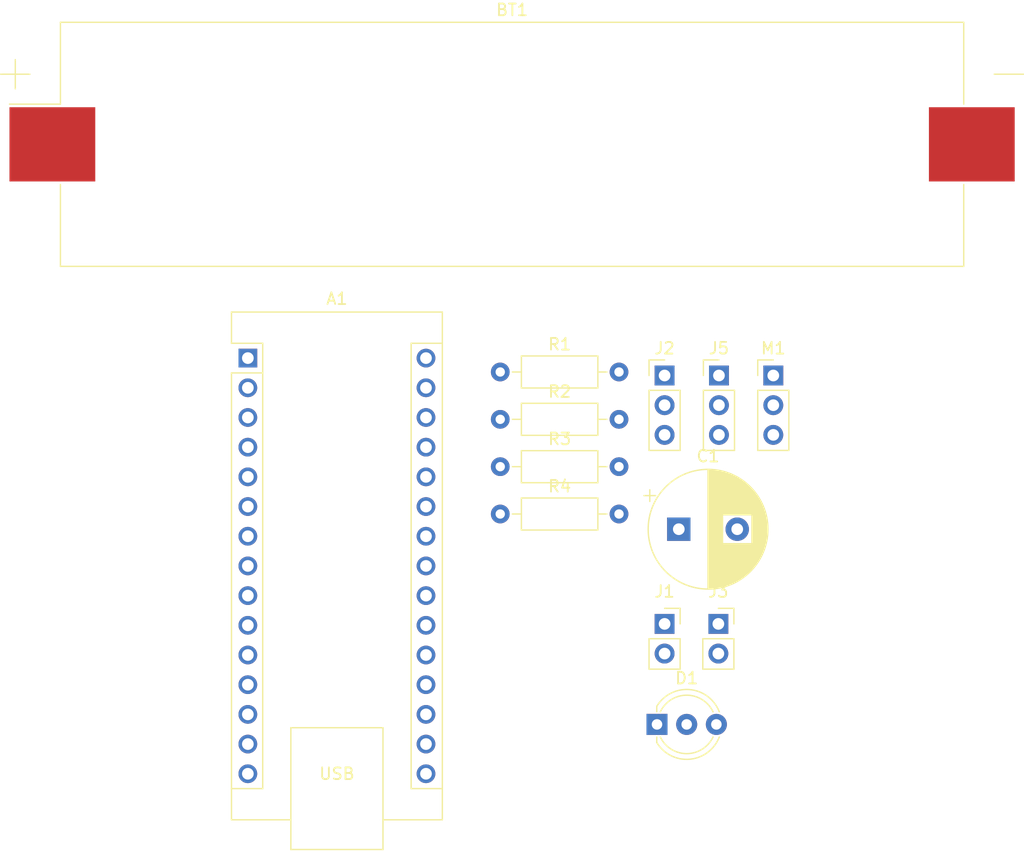
<source format=kicad_pcb>
(kicad_pcb (version 20240108) (generator "pcbnew") (generator_version "8.0")
  (layers (0 "F.Cu" signal) (31 "B.Cu" signal) (34 "B.Paste" user) (35 "F.Paste" user) (36 "B.SilkS" user "B.Silkscreen") (37 "F.SilkS" user "F.Silkscreen") (38 "B.Mask" user) (39 "F.Mask" user) (44 "Edge.Cuts" user))
  (net 0 "")
  (net 2 "LED-Green")
  (net 3 "Sensor2")
  (net 9 "Servo")
  (net 10 "Battery-check")
  (net 20 "Power")
  (net 23 "LED-Red")
  (net 24 "Sensor1")
  (net 26 "GND")
  (net 31 "Net-(BT1-+)")
  (net 32 "Net-(BT1--)")
  (net 33 "Net-(D1-A1)")
  (net 34 "Net-(D1-A2)")
  (footprint "Connector_PinHeader_2.54mm:PinHeader_1x03_P2.54mm_Vertical" (layer "F.Cu") (at 127.601 75.656)
    (property "Reference" "J2" (at 0 -2.33 0) (layer "F.SilkS"))
    (property "Value" "Sensor Module 1")
    (fp_line (start -1.33 -1.33) (end 0 -1.33) (stroke (width 0.12)) (layer "F.SilkS"))
    (fp_line (start -1.33 0) (end -1.33 -1.33) (stroke (width 0.12)) (layer "F.SilkS"))
    (fp_line (start -1.33 1.27) (end -1.33 6.41) (stroke (width 0.12)) (layer "F.SilkS"))
    (fp_line (start -1.33 1.27) (end 1.33 1.27) (stroke (width 0.12)) (layer "F.SilkS"))
    (fp_line (start -1.33 6.41) (end 1.33 6.41) (stroke (width 0.12)) (layer "F.SilkS"))
    (fp_line (start 1.33 1.27) (end 1.33 6.41) (stroke (width 0.12)) (layer "F.SilkS"))
    (pad "1" thru_hole rect (at 0 0) (size 1.7 1.7) (drill 1) (layers "*.Cu" "*.Mask") (net 24 "Sensor1"))
    (pad "2" thru_hole oval (at 0 2.54) (size 1.7 1.7) (drill 1) (layers "*.Cu" "*.Mask") (net 26 "GND"))
    (pad "3" thru_hole oval (at 0 5.08) (size 1.7 1.7) (drill 1) (layers "*.Cu" "*.Mask") (net 20 "Power"))
  )
  (footprint "Battery:BatteryHolder_Keystone_1042_1x18650" (layer "F.Cu") (at 114.554 55.88)
    (property "Reference" "BT1" (at 0 -11.5 0) (layer "F.SilkS"))
    (property "Value" "Battery_Cell")
    (fp_line (start -43.75 -6) (end -41.25 -6) (stroke (width 0.12)) (layer "F.SilkS"))
    (fp_line (start -42.5 -4.75) (end -42.5 -7.25) (stroke (width 0.12)) (layer "F.SilkS"))
    (fp_line (start -38.64 -10.44) (end -38.64 -3.44) (stroke (width 0.12)) (layer "F.SilkS"))
    (fp_line (start -38.64 -3.44) (end -43 -3.44) (stroke (width 0.12)) (layer "F.SilkS"))
    (fp_line (start -38.64 10.44) (end -38.64 3.44) (stroke (width 0.12)) (layer "F.SilkS"))
    (fp_line (start 38.64 -10.44) (end -38.64 -10.44) (stroke (width 0.12)) (layer "F.SilkS"))
    (fp_line (start 38.64 -3.44) (end 38.64 -10.42) (stroke (width 0.12)) (layer "F.SilkS"))
    (fp_line (start 38.64 3.44) (end 38.64 10.44) (stroke (width 0.12)) (layer "F.SilkS"))
    (fp_line (start 38.64 10.44) (end -38.64 10.44) (stroke (width 0.12)) (layer "F.SilkS"))
    (fp_line (start 43.75 -6) (end 41.25 -6) (stroke (width 0.12)) (layer "F.SilkS"))
    (pad "" np_thru_hole circle (at -35.93 -8) (size 2.39 2.39) (drill 2.39) (layers "*.Cu" "*.Mask"))
    (pad "" np_thru_hole circle (at -27.6 8) (size 3.45 3.45) (drill 3.45) (layers "*.Cu" "*.Mask"))
    (pad "" np_thru_hole circle (at 27.6 -8) (size 3.45 3.45) (drill 3.45) (layers "*.Cu" "*.Mask"))
    (pad "1" smd rect (at -39.33 0) (size 7.34 6.35) (layers "F.Cu" "F.Paste" "F.Mask") (net 31 "Net-(BT1-+)"))
    (pad "2" smd rect (at 39.33 0) (size 7.34 6.35) (layers "F.Cu" "F.Paste" "F.Mask") (net 32 "Net-(BT1--)"))
  )
  (footprint "Connector_PinHeader_2.54mm:PinHeader_1x03_P2.54mm_Vertical" (layer "F.Cu") (at 132.251 75.656)
    (property "Reference" "J5" (at 0 -2.33 0) (layer "F.SilkS"))
    (property "Value" "Sensor Module 2")
    (fp_line (start -1.33 -1.33) (end 0 -1.33) (stroke (width 0.12)) (layer "F.SilkS"))
    (fp_line (start -1.33 0) (end -1.33 -1.33) (stroke (width 0.12)) (layer "F.SilkS"))
    (fp_line (start -1.33 1.27) (end -1.33 6.41) (stroke (width 0.12)) (layer "F.SilkS"))
    (fp_line (start -1.33 1.27) (end 1.33 1.27) (stroke (width 0.12)) (layer "F.SilkS"))
    (fp_line (start -1.33 6.41) (end 1.33 6.41) (stroke (width 0.12)) (layer "F.SilkS"))
    (fp_line (start 1.33 1.27) (end 1.33 6.41) (stroke (width 0.12)) (layer "F.SilkS"))
    (pad "1" thru_hole rect (at 0 0) (size 1.7 1.7) (drill 1) (layers "*.Cu" "*.Mask") (net 3 "Sensor2"))
    (pad "2" thru_hole oval (at 0 2.54) (size 1.7 1.7) (drill 1) (layers "*.Cu" "*.Mask") (net 26 "GND"))
    (pad "3" thru_hole oval (at 0 5.08) (size 1.7 1.7) (drill 1) (layers "*.Cu" "*.Mask") (net 20 "Power"))
  )
  (footprint "Connector_PinSocket_2.54mm:PinSocket_1x02_P2.54mm_Vertical" (layer "F.Cu") (at 132.201 96.906)
    (property "Reference" "J3" (at 0 -2.77 0) (layer "F.SilkS"))
    (property "Value" "Conn_01x02_Socket")
    (fp_line (start -1.33 1.27) (end -1.33 3.87) (stroke (width 0.12)) (layer "F.SilkS"))
    (fp_line (start -1.33 1.27) (end 1.33 1.27) (stroke (width 0.12)) (layer "F.SilkS"))
    (fp_line (start -1.33 3.87) (end 1.33 3.87) (stroke (width 0.12)) (layer "F.SilkS"))
    (fp_line (start 0 -1.33) (end 1.33 -1.33) (stroke (width 0.12)) (layer "F.SilkS"))
    (fp_line (start 1.33 -1.33) (end 1.33 0) (stroke (width 0.12)) (layer "F.SilkS"))
    (fp_line (start 1.33 1.27) (end 1.33 3.87) (stroke (width 0.12)) (layer "F.SilkS"))
    (pad "1" thru_hole rect (at 0 0) (size 1.7 1.7) (drill 1) (layers "*.Cu" "*.Mask") (net 32 "Net-(BT1--)"))
    (pad "2" thru_hole oval (at 0 2.54) (size 1.7 1.7) (drill 1) (layers "*.Cu" "*.Mask") (net 26 "GND"))
  )
  (footprint "LED_THT:LED_D5.0mm-3" (layer "F.Cu") (at 126.951 105.506)
    (property "Reference" "D1" (at 2.54 -3.96 0) (layer "F.SilkS"))
    (property "Value" "2 Color LED Green/Red")
    (fp_line (start -0.02 -1.545) (end -0.02 -1.08) (stroke (width 0.12)) (layer "F.SilkS"))
    (fp_line (start -0.02 1.08) (end -0.02 1.545) (stroke (width 0.12)) (layer "F.SilkS"))
    (fp_arc (start -0.02 -1.54483) (mid 2.798456 -2.978809) (end 5.327815 -1.080827) (stroke (width 0.12)) (layer "F.SilkS"))
    (fp_arc (start 0.285316 -1.08) (mid 2.539762 -2.5) (end 4.794479 -1.080429) (stroke (width 0.12)) (layer "F.SilkS"))
    (fp_arc (start 4.794479 1.080429) (mid 2.539762 2.5) (end 0.285316 1.08) (stroke (width 0.12)) (layer "F.SilkS"))
    (fp_arc (start 5.327815 1.080827) (mid 2.798456 2.978808) (end -0.02 1.54483) (stroke (width 0.12)) (layer "F.SilkS"))
    (pad "1" thru_hole rect (at 0 0) (size 1.8 1.8) (drill 0.9) (layers "*.Cu" "*.Mask") (net 33 "Net-(D1-A1)"))
    (pad "2" thru_hole circle (at 2.54 0) (size 1.8 1.8) (drill 0.9) (layers "*.Cu" "*.Mask") (net 26 "GND"))
    (pad "3" thru_hole circle (at 5.08 0) (size 1.8 1.8) (drill 0.9) (layers "*.Cu" "*.Mask") (net 34 "Net-(D1-A2)"))
  )
  (footprint "Module:Arduino_Nano" (layer "F.Cu") (at 91.948 74.168)
    (property "Reference" "A1" (at 7.62 -5.08 0) (layer "F.SilkS"))
    (property "Value" "Arduino_Nano_v3.x")
    (fp_line (start -1.4 -3.94) (end -1.4 -1.27) (stroke (width 0.12)) (layer "F.SilkS"))
    (fp_line (start -1.4 1.27) (end -1.4 39.5) (stroke (width 0.12)) (layer "F.SilkS"))
    (fp_line (start -1.4 39.5) (end 3.68 39.5) (stroke (width 0.12)) (layer "F.SilkS"))
    (fp_line (start 1.27 -1.27) (end -1.4 -1.27) (stroke (width 0.12)) (layer "F.SilkS"))
    (fp_line (start 1.27 1.27) (end -1.4 1.27) (stroke (width 0.12)) (layer "F.SilkS"))
    (fp_line (start 1.27 1.27) (end 1.27 -1.27) (stroke (width 0.12)) (layer "F.SilkS"))
    (fp_line (start 1.27 1.27) (end 1.27 36.83) (stroke (width 0.12)) (layer "F.SilkS"))
    (fp_line (start 1.27 36.83) (end -1.4 36.83) (stroke (width 0.12)) (layer "F.SilkS"))
    (fp_line (start 3.68 31.62) (end 11.56 31.62) (stroke (width 0.12)) (layer "F.SilkS"))
    (fp_line (start 3.68 42.04) (end 3.68 31.62) (stroke (width 0.12)) (layer "F.SilkS"))
    (fp_line (start 11.56 31.62) (end 11.56 42.04) (stroke (width 0.12)) (layer "F.SilkS"))
    (fp_line (start 11.56 42.04) (end 3.68 42.04) (stroke (width 0.12)) (layer "F.SilkS"))
    (fp_line (start 13.97 -1.27) (end 13.97 36.83) (stroke (width 0.12)) (layer "F.SilkS"))
    (fp_line (start 13.97 -1.27) (end 16.64 -1.27) (stroke (width 0.12)) (layer "F.SilkS"))
    (fp_line (start 13.97 36.83) (end 16.64 36.83) (stroke (width 0.12)) (layer "F.SilkS"))
    (fp_line (start 16.64 -3.94) (end -1.4 -3.94) (stroke (width 0.12)) (layer "F.SilkS"))
    (fp_line (start 16.64 39.5) (end 11.56 39.5) (stroke (width 0.12)) (layer "F.SilkS"))
    (fp_line (start 16.64 39.5) (end 16.64 -3.94) (stroke (width 0.12)) (layer "F.SilkS"))
    (fp_text user "USB" (at 7.62 35.56 0) (layer "F.SilkS"))
    (pad "1" thru_hole rect (at 0 0) (size 1.6 1.6) (drill 1) (layers "*.Cu" "*.Mask"))
    (pad "2" thru_hole oval (at 0 2.54) (size 1.6 1.6) (drill 1) (layers "*.Cu" "*.Mask"))
    (pad "3" thru_hole oval (at 0 5.08) (size 1.6 1.6) (drill 1) (layers "*.Cu" "*.Mask"))
    (pad "4" thru_hole oval (at 0 7.62) (size 1.6 1.6) (drill 1) (layers "*.Cu" "*.Mask") (net 26 "GND"))
    (pad "5" thru_hole oval (at 0 10.16) (size 1.6 1.6) (drill 1) (layers "*.Cu" "*.Mask") (net 24 "Sensor1"))
    (pad "6" thru_hole oval (at 0 12.7) (size 1.6 1.6) (drill 1) (layers "*.Cu" "*.Mask") (net 3 "Sensor2"))
    (pad "7" thru_hole oval (at 0 15.24) (size 1.6 1.6) (drill 1) (layers "*.Cu" "*.Mask") (net 2 "LED-Green"))
    (pad "8" thru_hole oval (at 0 17.78) (size 1.6 1.6) (drill 1) (layers "*.Cu" "*.Mask") (net 23 "LED-Red"))
    (pad "9" thru_hole oval (at 0 20.32) (size 1.6 1.6) (drill 1) (layers "*.Cu" "*.Mask"))
    (pad "10" thru_hole oval (at 0 22.86) (size 1.6 1.6) (drill 1) (layers "*.Cu" "*.Mask"))
    (pad "11" thru_hole oval (at 0 25.4) (size 1.6 1.6) (drill 1) (layers "*.Cu" "*.Mask"))
    (pad "12" thru_hole oval (at 0 27.94) (size 1.6 1.6) (drill 1) (layers "*.Cu" "*.Mask") (net 9 "Servo"))
    (pad "13" thru_hole oval (at 0 30.48) (size 1.6 1.6) (drill 1) (layers "*.Cu" "*.Mask"))
    (pad "14" thru_hole oval (at 0 33.02) (size 1.6 1.6) (drill 1) (layers "*.Cu" "*.Mask"))
    (pad "15" thru_hole oval (at 0 35.56) (size 1.6 1.6) (drill 1) (layers "*.Cu" "*.Mask"))
    (pad "16" thru_hole oval (at 15.24 35.56) (size 1.6 1.6) (drill 1) (layers "*.Cu" "*.Mask"))
    (pad "17" thru_hole oval (at 15.24 33.02) (size 1.6 1.6) (drill 1) (layers "*.Cu" "*.Mask"))
    (pad "18" thru_hole oval (at 15.24 30.48) (size 1.6 1.6) (drill 1) (layers "*.Cu" "*.Mask"))
    (pad "19" thru_hole oval (at 15.24 27.94) (size 1.6 1.6) (drill 1) (layers "*.Cu" "*.Mask") (net 10 "Battery-check"))
    (pad "20" thru_hole oval (at 15.24 25.4) (size 1.6 1.6) (drill 1) (layers "*.Cu" "*.Mask"))
    (pad "21" thru_hole oval (at 15.24 22.86) (size 1.6 1.6) (drill 1) (layers "*.Cu" "*.Mask"))
    (pad "22" thru_hole oval (at 15.24 20.32) (size 1.6 1.6) (drill 1) (layers "*.Cu" "*.Mask"))
    (pad "23" thru_hole oval (at 15.24 17.78) (size 1.6 1.6) (drill 1) (layers "*.Cu" "*.Mask"))
    (pad "24" thru_hole oval (at 15.24 15.24) (size 1.6 1.6) (drill 1) (layers "*.Cu" "*.Mask"))
    (pad "25" thru_hole oval (at 15.24 12.7) (size 1.6 1.6) (drill 1) (layers "*.Cu" "*.Mask"))
    (pad "26" thru_hole oval (at 15.24 10.16) (size 1.6 1.6) (drill 1) (layers "*.Cu" "*.Mask"))
    (pad "27" thru_hole oval (at 15.24 7.62) (size 1.6 1.6) (drill 1) (layers "*.Cu" "*.Mask") (net 20 "Power"))
    (pad "28" thru_hole oval (at 15.24 5.08) (size 1.6 1.6) (drill 1) (layers "*.Cu" "*.Mask"))
    (pad "29" thru_hole oval (at 15.24 2.54) (size 1.6 1.6) (drill 1) (layers "*.Cu" "*.Mask"))
    (pad "30" thru_hole oval (at 15.24 0) (size 1.6 1.6) (drill 1) (layers "*.Cu" "*.Mask"))
  )
  (footprint "Resistor_THT:R_Axial_DIN0207_L6.3mm_D2.5mm_P10.16mm_Horizontal" (layer "F.Cu") (at 113.541 87.506)
    (property "Reference" "R4" (at 5.08 -2.37 0) (layer "F.SilkS"))
    (property "Value" "10k")
    (fp_line (start 1.04 0) (end 1.81 0) (stroke (width 0.12)) (layer "F.SilkS"))
    (fp_line (start 1.81 -1.37) (end 1.81 1.37) (stroke (width 0.12)) (layer "F.SilkS"))
    (fp_line (start 1.81 1.37) (end 8.35 1.37) (stroke (width 0.12)) (layer "F.SilkS"))
    (fp_line (start 8.35 -1.37) (end 1.81 -1.37) (stroke (width 0.12)) (layer "F.SilkS"))
    (fp_line (start 8.35 1.37) (end 8.35 -1.37) (stroke (width 0.12)) (layer "F.SilkS"))
    (fp_line (start 9.12 0) (end 8.35 0) (stroke (width 0.12)) (layer "F.SilkS"))
    (pad "1" thru_hole circle (at 0 0) (size 1.6 1.6) (drill 0.8) (layers "*.Cu" "*.Mask") (net 10 "Battery-check"))
    (pad "2" thru_hole oval (at 10.16 0) (size 1.6 1.6) (drill 0.8) (layers "*.Cu" "*.Mask") (net 31 "Net-(BT1-+)"))
  )
  (footprint "Resistor_THT:R_Axial_DIN0207_L6.3mm_D2.5mm_P10.16mm_Horizontal" (layer "F.Cu") (at 113.541 83.456)
    (property "Reference" "R3" (at 5.08 -2.37 0) (layer "F.SilkS"))
    (property "Value" "10k")
    (fp_line (start 1.04 0) (end 1.81 0) (stroke (width 0.12)) (layer "F.SilkS"))
    (fp_line (start 1.81 -1.37) (end 1.81 1.37) (stroke (width 0.12)) (layer "F.SilkS"))
    (fp_line (start 1.81 1.37) (end 8.35 1.37) (stroke (width 0.12)) (layer "F.SilkS"))
    (fp_line (start 8.35 -1.37) (end 1.81 -1.37) (stroke (width 0.12)) (layer "F.SilkS"))
    (fp_line (start 8.35 1.37) (end 8.35 -1.37) (stroke (width 0.12)) (layer "F.SilkS"))
    (fp_line (start 9.12 0) (end 8.35 0) (stroke (width 0.12)) (layer "F.SilkS"))
    (pad "1" thru_hole circle (at 0 0) (size 1.6 1.6) (drill 0.8) (layers "*.Cu" "*.Mask") (net 10 "Battery-check"))
    (pad "2" thru_hole oval (at 10.16 0) (size 1.6 1.6) (drill 0.8) (layers "*.Cu" "*.Mask") (net 32 "Net-(BT1--)"))
  )
  (footprint "Resistor_THT:R_Axial_DIN0207_L6.3mm_D2.5mm_P10.16mm_Horizontal" (layer "F.Cu") (at 113.541 79.406)
    (property "Reference" "R2" (at 5.08 -2.37 0) (layer "F.SilkS"))
    (property "Value" "220")
    (fp_line (start 1.04 0) (end 1.81 0) (stroke (width 0.12)) (layer "F.SilkS"))
    (fp_line (start 1.81 -1.37) (end 1.81 1.37) (stroke (width 0.12)) (layer "F.SilkS"))
    (fp_line (start 1.81 1.37) (end 8.35 1.37) (stroke (width 0.12)) (layer "F.SilkS"))
    (fp_line (start 8.35 -1.37) (end 1.81 -1.37) (stroke (width 0.12)) (layer "F.SilkS"))
    (fp_line (start 8.35 1.37) (end 8.35 -1.37) (stroke (width 0.12)) (layer "F.SilkS"))
    (fp_line (start 9.12 0) (end 8.35 0) (stroke (width 0.12)) (layer "F.SilkS"))
    (pad "1" thru_hole circle (at 0 0) (size 1.6 1.6) (drill 0.8) (layers "*.Cu" "*.Mask") (net 23 "LED-Red"))
    (pad "2" thru_hole oval (at 10.16 0) (size 1.6 1.6) (drill 0.8) (layers "*.Cu" "*.Mask") (net 33 "Net-(D1-A1)"))
  )
  (footprint "Resistor_THT:R_Axial_DIN0207_L6.3mm_D2.5mm_P10.16mm_Horizontal" (layer "F.Cu") (at 113.541 75.356)
    (property "Reference" "R1" (at 5.08 -2.37 0) (layer "F.SilkS"))
    (property "Value" "220")
    (fp_line (start 1.04 0) (end 1.81 0) (stroke (width 0.12)) (layer "F.SilkS"))
    (fp_line (start 1.81 -1.37) (end 1.81 1.37) (stroke (width 0.12)) (layer "F.SilkS"))
    (fp_line (start 1.81 1.37) (end 8.35 1.37) (stroke (width 0.12)) (layer "F.SilkS"))
    (fp_line (start 8.35 -1.37) (end 1.81 -1.37) (stroke (width 0.12)) (layer "F.SilkS"))
    (fp_line (start 8.35 1.37) (end 8.35 -1.37) (stroke (width 0.12)) (layer "F.SilkS"))
    (fp_line (start 9.12 0) (end 8.35 0) (stroke (width 0.12)) (layer "F.SilkS"))
    (pad "1" thru_hole circle (at 0 0) (size 1.6 1.6) (drill 0.8) (layers "*.Cu" "*.Mask") (net 2 "LED-Green"))
    (pad "2" thru_hole oval (at 10.16 0) (size 1.6 1.6) (drill 0.8) (layers "*.Cu" "*.Mask") (net 34 "Net-(D1-A2)"))
  )
  (footprint "Capacitor_THT:CP_Radial_D10.0mm_P5.00mm" (layer "F.Cu") (at 128.815646 88.806)
    (property "Reference" "C1" (at 2.5 -6.25 0) (layer "F.SilkS"))
    (property "Value" "440µF")
    (fp_line (start -2.979646 -2.875) (end -1.979646 -2.875) (stroke (width 0.12)) (layer "F.SilkS"))
    (fp_line (start -2.479646 -3.375) (end -2.479646 -2.375) (stroke (width 0.12)) (layer "F.SilkS"))
    (fp_line (start 2.5 -5.08) (end 2.5 5.08) (stroke (width 0.12)) (layer "F.SilkS"))
    (fp_line (start 2.54 -5.08) (end 2.54 5.08) (stroke (width 0.12)) (layer "F.SilkS"))
    (fp_line (start 2.58 -5.08) (end 2.58 5.08) (stroke (width 0.12)) (layer "F.SilkS"))
    (fp_line (start 2.62 -5.079) (end 2.62 5.079) (stroke (width 0.12)) (layer "F.SilkS"))
    (fp_line (start 2.66 -5.078) (end 2.66 5.078) (stroke (width 0.12)) (layer "F.SilkS"))
    (fp_line (start 2.7 -5.077) (end 2.7 5.077) (stroke (width 0.12)) (layer "F.SilkS"))
    (fp_line (start 2.74 -5.075) (end 2.74 5.075) (stroke (width 0.12)) (layer "F.SilkS"))
    (fp_line (start 2.78 -5.073) (end 2.78 5.073) (stroke (width 0.12)) (layer "F.SilkS"))
    (fp_line (start 2.82 -5.07) (end 2.82 5.07) (stroke (width 0.12)) (layer "F.SilkS"))
    (fp_line (start 2.86 -5.068) (end 2.86 5.068) (stroke (width 0.12)) (layer "F.SilkS"))
    (fp_line (start 2.9 -5.065) (end 2.9 5.065) (stroke (width 0.12)) (layer "F.SilkS"))
    (fp_line (start 2.94 -5.062) (end 2.94 5.062) (stroke (width 0.12)) (layer "F.SilkS"))
    (fp_line (start 2.98 -5.058) (end 2.98 5.058) (stroke (width 0.12)) (layer "F.SilkS"))
    (fp_line (start 3.02 -5.054) (end 3.02 5.054) (stroke (width 0.12)) (layer "F.SilkS"))
    (fp_line (start 3.06 -5.05) (end 3.06 5.05) (stroke (width 0.12)) (layer "F.SilkS"))
    (fp_line (start 3.1 -5.045) (end 3.1 5.045) (stroke (width 0.12)) (layer "F.SilkS"))
    (fp_line (start 3.14 -5.04) (end 3.14 5.04) (stroke (width 0.12)) (layer "F.SilkS"))
    (fp_line (start 3.18 -5.035) (end 3.18 5.035) (stroke (width 0.12)) (layer "F.SilkS"))
    (fp_line (start 3.221 -5.03) (end 3.221 5.03) (stroke (width 0.12)) (layer "F.SilkS"))
    (fp_line (start 3.261 -5.024) (end 3.261 5.024) (stroke (width 0.12)) (layer "F.SilkS"))
    (fp_line (start 3.301 -5.018) (end 3.301 5.018) (stroke (width 0.12)) (layer "F.SilkS"))
    (fp_line (start 3.341 -5.011) (end 3.341 5.011) (stroke (width 0.12)) (layer "F.SilkS"))
    (fp_line (start 3.381 -5.004) (end 3.381 5.004) (stroke (width 0.12)) (layer "F.SilkS"))
    (fp_line (start 3.421 -4.997) (end 3.421 4.997) (stroke (width 0.12)) (layer "F.SilkS"))
    (fp_line (start 3.461 -4.99) (end 3.461 4.99) (stroke (width 0.12)) (layer "F.SilkS"))
    (fp_line (start 3.501 -4.982) (end 3.501 4.982) (stroke (width 0.12)) (layer "F.SilkS"))
    (fp_line (start 3.541 -4.974) (end 3.541 4.974) (stroke (width 0.12)) (layer "F.SilkS"))
    (fp_line (start 3.581 -4.965) (end 3.581 4.965) (stroke (width 0.12)) (layer "F.SilkS"))
    (fp_line (start 3.621 -4.956) (end 3.621 4.956) (stroke (width 0.12)) (layer "F.SilkS"))
    (fp_line (start 3.661 -4.947) (end 3.661 4.947) (stroke (width 0.12)) (layer "F.SilkS"))
    (fp_line (start 3.701 -4.938) (end 3.701 4.938) (stroke (width 0.12)) (layer "F.SilkS"))
    (fp_line (start 3.741 -4.928) (end 3.741 4.928) (stroke (width 0.12)) (layer "F.SilkS"))
    (fp_line (start 3.781 -4.918) (end 3.781 -1.241) (stroke (width 0.12)) (layer "F.SilkS"))
    (fp_line (start 3.781 1.241) (end 3.781 4.918) (stroke (width 0.12)) (layer "F.SilkS"))
    (fp_line (start 3.821 -4.907) (end 3.821 -1.241) (stroke (width 0.12)) (layer "F.SilkS"))
    (fp_line (start 3.821 1.241) (end 3.821 4.907) (stroke (width 0.12)) (layer "F.SilkS"))
    (fp_line (start 3.861 -4.897) (end 3.861 -1.241) (stroke (width 0.12)) (layer "F.SilkS"))
    (fp_line (start 3.861 1.241) (end 3.861 4.897) (stroke (width 0.12)) (layer "F.SilkS"))
    (fp_line (start 3.901 -4.885) (end 3.901 -1.241) (stroke (width 0.12)) (layer "F.SilkS"))
    (fp_line (start 3.901 1.241) (end 3.901 4.885) (stroke (width 0.12)) (layer "F.SilkS"))
    (fp_line (start 3.941 -4.874) (end 3.941 -1.241) (stroke (width 0.12)) (layer "F.SilkS"))
    (fp_line (start 3.941 1.241) (end 3.941 4.874) (stroke (width 0.12)) (layer "F.SilkS"))
    (fp_line (start 3.981 -4.862) (end 3.981 -1.241) (stroke (width 0.12)) (layer "F.SilkS"))
    (fp_line (start 3.981 1.241) (end 3.981 4.862) (stroke (width 0.12)) (layer "F.SilkS"))
    (fp_line (start 4.021 -4.85) (end 4.021 -1.241) (stroke (width 0.12)) (layer "F.SilkS"))
    (fp_line (start 4.021 1.241) (end 4.021 4.85) (stroke (width 0.12)) (layer "F.SilkS"))
    (fp_line (start 4.061 -4.837) (end 4.061 -1.241) (stroke (width 0.12)) (layer "F.SilkS"))
    (fp_line (start 4.061 1.241) (end 4.061 4.837) (stroke (width 0.12)) (layer "F.SilkS"))
    (fp_line (start 4.101 -4.824) (end 4.101 -1.241) (stroke (width 0.12)) (layer "F.SilkS"))
    (fp_line (start 4.101 1.241) (end 4.101 4.824) (stroke (width 0.12)) (layer "F.SilkS"))
    (fp_line (start 4.141 -4.811) (end 4.141 -1.241) (stroke (width 0.12)) (layer "F.SilkS"))
    (fp_line (start 4.141 1.241) (end 4.141 4.811) (stroke (width 0.12)) (layer "F.SilkS"))
    (fp_line (start 4.181 -4.797) (end 4.181 -1.241) (stroke (width 0.12)) (layer "F.SilkS"))
    (fp_line (start 4.181 1.241) (end 4.181 4.797) (stroke (width 0.12)) (layer "F.SilkS"))
    (fp_line (start 4.221 -4.783) (end 4.221 -1.241) (stroke (width 0.12)) (layer "F.SilkS"))
    (fp_line (start 4.221 1.241) (end 4.221 4.783) (stroke (width 0.12)) (layer "F.SilkS"))
    (fp_line (start 4.261 -4.768) (end 4.261 -1.241) (stroke (width 0.12)) (layer "F.SilkS"))
    (fp_line (start 4.261 1.241) (end 4.261 4.768) (stroke (width 0.12)) (layer "F.SilkS"))
    (fp_line (start 4.301 -4.754) (end 4.301 -1.241) (stroke (width 0.12)) (layer "F.SilkS"))
    (fp_line (start 4.301 1.241) (end 4.301 4.754) (stroke (width 0.12)) (layer "F.SilkS"))
    (fp_line (start 4.341 -4.738) (end 4.341 -1.241) (stroke (width 0.12)) (layer "F.SilkS"))
    (fp_line (start 4.341 1.241) (end 4.341 4.738) (stroke (width 0.12)) (layer "F.SilkS"))
    (fp_line (start 4.381 -4.723) (end 4.381 -1.241) (stroke (width 0.12)) (layer "F.SilkS"))
    (fp_line (start 4.381 1.241) (end 4.381 4.723) (stroke (width 0.12)) (layer "F.SilkS"))
    (fp_line (start 4.421 -4.707) (end 4.421 -1.241) (stroke (width 0.12)) (layer "F.SilkS"))
    (fp_line (start 4.421 1.241) (end 4.421 4.707) (stroke (width 0.12)) (layer "F.SilkS"))
    (fp_line (start 4.461 -4.69) (end 4.461 -1.241) (stroke (width 0.12)) (layer "F.SilkS"))
    (fp_line (start 4.461 1.241) (end 4.461 4.69) (stroke (width 0.12)) (layer "F.SilkS"))
    (fp_line (start 4.501 -4.674) (end 4.501 -1.241) (stroke (width 0.12)) (layer "F.SilkS"))
    (fp_line (start 4.501 1.241) (end 4.501 4.674) (stroke (width 0.12)) (layer "F.SilkS"))
    (fp_line (start 4.541 -4.657) (end 4.541 -1.241) (stroke (width 0.12)) (layer "F.SilkS"))
    (fp_line (start 4.541 1.241) (end 4.541 4.657) (stroke (width 0.12)) (layer "F.SilkS"))
    (fp_line (start 4.581 -4.639) (end 4.581 -1.241) (stroke (width 0.12)) (layer "F.SilkS"))
    (fp_line (start 4.581 1.241) (end 4.581 4.639) (stroke (width 0.12)) (layer "F.SilkS"))
    (fp_line (start 4.621 -4.621) (end 4.621 -1.241) (stroke (width 0.12)) (layer "F.SilkS"))
    (fp_line (start 4.621 1.241) (end 4.621 4.621) (stroke (width 0.12)) (layer "F.SilkS"))
    (fp_line (start 4.661 -4.603) (end 4.661 -1.241) (stroke (width 0.12)) (layer "F.SilkS"))
    (fp_line (start 4.661 1.241) (end 4.661 4.603) (stroke (width 0.12)) (layer "F.SilkS"))
    (fp_line (start 4.701 -4.584) (end 4.701 -1.241) (stroke (width 0.12)) (layer "F.SilkS"))
    (fp_line (start 4.701 1.241) (end 4.701 4.584) (stroke (width 0.12)) (layer "F.SilkS"))
    (fp_line (start 4.741 -4.564) (end 4.741 -1.241) (stroke (width 0.12)) (layer "F.SilkS"))
    (fp_line (start 4.741 1.241) (end 4.741 4.564) (stroke (width 0.12)) (layer "F.SilkS"))
    (fp_line (start 4.781 -4.545) (end 4.781 -1.241) (stroke (width 0.12)) (layer "F.SilkS"))
    (fp_line (start 4.781 1.241) (end 4.781 4.545) (stroke (width 0.12)) (layer "F.SilkS"))
    (fp_line (start 4.821 -4.525) (end 4.821 -1.241) (stroke (width 0.12)) (layer "F.SilkS"))
    (fp_line (start 4.821 1.241) (end 4.821 4.525) (stroke (width 0.12)) (layer "F.SilkS"))
    (fp_line (start 4.861 -4.504) (end 4.861 -1.241) (stroke (width 0.12)) (layer "F.SilkS"))
    (fp_line (start 4.861 1.241) (end 4.861 4.504) (stroke (width 0.12)) (layer "F.SilkS"))
    (fp_line (start 4.901 -4.483) (end 4.901 -1.241) (stroke (width 0.12)) (layer "F.SilkS"))
    (fp_line (start 4.901 1.241) (end 4.901 4.483) (stroke (width 0.12)) (layer "F.SilkS"))
    (fp_line (start 4.941 -4.462) (end 4.941 -1.241) (stroke (width 0.12)) (layer "F.SilkS"))
    (fp_line (start 4.941 1.241) (end 4.941 4.462) (stroke (width 0.12)) (layer "F.SilkS"))
    (fp_line (start 4.981 -4.44) (end 4.981 -1.241) (stroke (width 0.12)) (layer "F.SilkS"))
    (fp_line (start 4.981 1.241) (end 4.981 4.44) (stroke (width 0.12)) (layer "F.SilkS"))
    (fp_line (start 5.021 -4.417) (end 5.021 -1.241) (stroke (width 0.12)) (layer "F.SilkS"))
    (fp_line (start 5.021 1.241) (end 5.021 4.417) (stroke (width 0.12)) (layer "F.SilkS"))
    (fp_line (start 5.061 -4.395) (end 5.061 -1.241) (stroke (width 0.12)) (layer "F.SilkS"))
    (fp_line (start 5.061 1.241) (end 5.061 4.395) (stroke (width 0.12)) (layer "F.SilkS"))
    (fp_line (start 5.101 -4.371) (end 5.101 -1.241) (stroke (width 0.12)) (layer "F.SilkS"))
    (fp_line (start 5.101 1.241) (end 5.101 4.371) (stroke (width 0.12)) (layer "F.SilkS"))
    (fp_line (start 5.141 -4.347) (end 5.141 -1.241) (stroke (width 0.12)) (layer "F.SilkS"))
    (fp_line (start 5.141 1.241) (end 5.141 4.347) (stroke (width 0.12)) (layer "F.SilkS"))
    (fp_line (start 5.181 -4.323) (end 5.181 -1.241) (stroke (width 0.12)) (layer "F.SilkS"))
    (fp_line (start 5.181 1.241) (end 5.181 4.323) (stroke (width 0.12)) (layer "F.SilkS"))
    (fp_line (start 5.221 -4.298) (end 5.221 -1.241) (stroke (width 0.12)) (layer "F.SilkS"))
    (fp_line (start 5.221 1.241) (end 5.221 4.298) (stroke (width 0.12)) (layer "F.SilkS"))
    (fp_line (start 5.261 -4.273) (end 5.261 -1.241) (stroke (width 0.12)) (layer "F.SilkS"))
    (fp_line (start 5.261 1.241) (end 5.261 4.273) (stroke (width 0.12)) (layer "F.SilkS"))
    (fp_line (start 5.301 -4.247) (end 5.301 -1.241) (stroke (width 0.12)) (layer "F.SilkS"))
    (fp_line (start 5.301 1.241) (end 5.301 4.247) (stroke (width 0.12)) (layer "F.SilkS"))
    (fp_line (start 5.341 -4.221) (end 5.341 -1.241) (stroke (width 0.12)) (layer "F.SilkS"))
    (fp_line (start 5.341 1.241) (end 5.341 4.221) (stroke (width 0.12)) (layer "F.SilkS"))
    (fp_line (start 5.381 -4.194) (end 5.381 -1.241) (stroke (width 0.12)) (layer "F.SilkS"))
    (fp_line (start 5.381 1.241) (end 5.381 4.194) (stroke (width 0.12)) (layer "F.SilkS"))
    (fp_line (start 5.421 -4.166) (end 5.421 -1.241) (stroke (width 0.12)) (layer "F.SilkS"))
    (fp_line (start 5.421 1.241) (end 5.421 4.166) (stroke (width 0.12)) (layer "F.SilkS"))
    (fp_line (start 5.461 -4.138) (end 5.461 -1.241) (stroke (width 0.12)) (layer "F.SilkS"))
    (fp_line (start 5.461 1.241) (end 5.461 4.138) (stroke (width 0.12)) (layer "F.SilkS"))
    (fp_line (start 5.501 -4.11) (end 5.501 -1.241) (stroke (width 0.12)) (layer "F.SilkS"))
    (fp_line (start 5.501 1.241) (end 5.501 4.11) (stroke (width 0.12)) (layer "F.SilkS"))
    (fp_line (start 5.541 -4.08) (end 5.541 -1.241) (stroke (width 0.12)) (layer "F.SilkS"))
    (fp_line (start 5.541 1.241) (end 5.541 4.08) (stroke (width 0.12)) (layer "F.SilkS"))
    (fp_line (start 5.581 -4.05) (end 5.581 -1.241) (stroke (width 0.12)) (layer "F.SilkS"))
    (fp_line (start 5.581 1.241) (end 5.581 4.05) (stroke (width 0.12)) (layer "F.SilkS"))
    (fp_line (start 5.621 -4.02) (end 5.621 -1.241) (stroke (width 0.12)) (layer "F.SilkS"))
    (fp_line (start 5.621 1.241) (end 5.621 4.02) (stroke (width 0.12)) (layer "F.SilkS"))
    (fp_line (start 5.661 -3.989) (end 5.661 -1.241) (stroke (width 0.12)) (layer "F.SilkS"))
    (fp_line (start 5.661 1.241) (end 5.661 3.989) (stroke (width 0.12)) (layer "F.SilkS"))
    (fp_line (start 5.701 -3.957) (end 5.701 -1.241) (stroke (width 0.12)) (layer "F.SilkS"))
    (fp_line (start 5.701 1.241) (end 5.701 3.957) (stroke (width 0.12)) (layer "F.SilkS"))
    (fp_line (start 5.741 -3.925) (end 5.741 -1.241) (stroke (width 0.12)) (layer "F.SilkS"))
    (fp_line (start 5.741 1.241) (end 5.741 3.925) (stroke (width 0.12)) (layer "F.SilkS"))
    (fp_line (start 5.781 -3.892) (end 5.781 -1.241) (stroke (width 0.12)) (layer "F.SilkS"))
    (fp_line (start 5.781 1.241) (end 5.781 3.892) (stroke (width 0.12)) (layer "F.SilkS"))
    (fp_line (start 5.821 -3.858) (end 5.821 -1.241) (stroke (width 0.12)) (layer "F.SilkS"))
    (fp_line (start 5.821 1.241) (end 5.821 3.858) (stroke (width 0.12)) (layer "F.SilkS"))
    (fp_line (start 5.861 -3.824) (end 5.861 -1.241) (stroke (width 0.12)) (layer "F.SilkS"))
    (fp_line (start 5.861 1.241) (end 5.861 3.824) (stroke (width 0.12)) (layer "F.SilkS"))
    (fp_line (start 5.901 -3.789) (end 5.901 -1.241) (stroke (width 0.12)) (layer "F.SilkS"))
    (fp_line (start 5.901 1.241) (end 5.901 3.789) (stroke (width 0.12)) (layer "F.SilkS"))
    (fp_line (start 5.941 -3.753) (end 5.941 -1.241) (stroke (width 0.12)) (layer "F.SilkS"))
    (fp_line (start 5.941 1.241) (end 5.941 3.753) (stroke (width 0.12)) (layer "F.SilkS"))
    (fp_line (start 5.981 -3.716) (end 5.981 -1.241) (stroke (width 0.12)) (layer "F.SilkS"))
    (fp_line (start 5.981 1.241) (end 5.981 3.716) (stroke (width 0.12)) (layer "F.SilkS"))
    (fp_line (start 6.021 -3.679) (end 6.021 -1.241) (stroke (width 0.12)) (layer "F.SilkS"))
    (fp_line (start 6.021 1.241) (end 6.021 3.679) (stroke (width 0.12)) (layer "F.SilkS"))
    (fp_line (start 6.061 -3.64) (end 6.061 -1.241) (stroke (width 0.12)) (layer "F.SilkS"))
    (fp_line (start 6.061 1.241) (end 6.061 3.64) (stroke (width 0.12)) (layer "F.SilkS"))
    (fp_line (start 6.101 -3.601) (end 6.101 -1.241) (stroke (width 0.12)) (layer "F.SilkS"))
    (fp_line (start 6.101 1.241) (end 6.101 3.601) (stroke (width 0.12)) (layer "F.SilkS"))
    (fp_line (start 6.141 -3.561) (end 6.141 -1.241) (stroke (width 0.12)) (layer "F.SilkS"))
    (fp_line (start 6.141 1.241) (end 6.141 3.561) (stroke (width 0.12)) (layer "F.SilkS"))
    (fp_line (start 6.181 -3.52) (end 6.181 -1.241) (stroke (width 0.12)) (layer "F.SilkS"))
    (fp_line (start 6.181 1.241) (end 6.181 3.52) (stroke (width 0.12)) (layer "F.SilkS"))
    (fp_line (start 6.221 -3.478) (end 6.221 -1.241) (stroke (width 0.12)) (layer "F.SilkS"))
    (fp_line (start 6.221 1.241) (end 6.221 3.478) (stroke (width 0.12)) (layer "F.SilkS"))
    (fp_line (start 6.261 -3.436) (end 6.261 3.436) (stroke (width 0.12)) (layer "F.SilkS"))
    (fp_line (start 6.301 -3.392) (end 6.301 3.392) (stroke (width 0.12)) (layer "F.SilkS"))
    (fp_line (start 6.341 -3.347) (end 6.341 3.347) (stroke (width 0.12)) (layer "F.SilkS"))
    (fp_line (start 6.381 -3.301) (end 6.381 3.301) (stroke (width 0.12)) (layer "F.SilkS"))
    (fp_line (start 6.421 -3.254) (end 6.421 3.254) (stroke (width 0.12)) (layer "F.SilkS"))
    (fp_line (start 6.461 -3.206) (end 6.461 3.206) (stroke (width 0.12)) (layer "F.SilkS"))
    (fp_line (start 6.501 -3.156) (end 6.501 3.156) (stroke (width 0.12)) (layer "F.SilkS"))
    (fp_line (start 6.541 -3.106) (end 6.541 3.106) (stroke (width 0.12)) (layer "F.SilkS"))
    (fp_line (start 6.581 -3.054) (end 6.581 3.054) (stroke (width 0.12)) (layer "F.SilkS"))
    (fp_line (start 6.621 -3) (end 6.621 3) (stroke (width 0.12)) (layer "F.SilkS"))
    (fp_line (start 6.661 -2.945) (end 6.661 2.945) (stroke (width 0.12)) (layer "F.SilkS"))
    (fp_line (start 6.701 -2.889) (end 6.701 2.889) (stroke (width 0.12)) (layer "F.SilkS"))
    (fp_line (start 6.741 -2.83) (end 6.741 2.83) (stroke (width 0.12)) (layer "F.SilkS"))
    (fp_line (start 6.781 -2.77) (end 6.781 2.77) (stroke (width 0.12)) (layer "F.SilkS"))
    (fp_line (start 6.821 -2.709) (end 6.821 2.709) (stroke (width 0.12)) (layer "F.SilkS"))
    (fp_line (start 6.861 -2.645) (end 6.861 2.645) (stroke (width 0.12)) (layer "F.SilkS"))
    (fp_line (start 6.901 -2.579) (end 6.901 2.579) (stroke (width 0.12)) (layer "F.SilkS"))
    (fp_line (start 6.941 -2.51) (end 6.941 2.51) (stroke (width 0.12)) (layer "F.SilkS"))
    (fp_line (start 6.981 -2.439) (end 6.981 2.439) (stroke (width 0.12)) (layer "F.SilkS"))
    (fp_line (start 7.021 -2.365) (end 7.021 2.365) (stroke (width 0.12)) (layer "F.SilkS"))
    (fp_line (start 7.061 -2.289) (end 7.061 2.289) (stroke (width 0.12)) (layer "F.SilkS"))
    (fp_line (start 7.101 -2.209) (end 7.101 2.209) (stroke (width 0.12)) (layer "F.SilkS"))
    (fp_line (start 7.141 -2.125) (end 7.141 2.125) (stroke (width 0.12)) (layer "F.SilkS"))
    (fp_line (start 7.181 -2.037) (end 7.181 2.037) (stroke (width 0.12)) (layer "F.SilkS"))
    (fp_line (start 7.221 -1.944) (end 7.221 1.944) (stroke (width 0.12)) (layer "F.SilkS"))
    (fp_line (start 7.261 -1.846) (end 7.261 1.846) (stroke (width 0.12)) (layer "F.SilkS"))
    (fp_line (start 7.301 -1.742) (end 7.301 1.742) (stroke (width 0.12)) (layer "F.SilkS"))
    (fp_line (start 7.341 -1.63) (end 7.341 1.63) (stroke (width 0.12)) (layer "F.SilkS"))
    (fp_line (start 7.381 -1.51) (end 7.381 1.51) (stroke (width 0.12)) (layer "F.SilkS"))
    (fp_line (start 7.421 -1.378) (end 7.421 1.378) (stroke (width 0.12)) (layer "F.SilkS"))
    (fp_line (start 7.461 -1.23) (end 7.461 1.23) (stroke (width 0.12)) (layer "F.SilkS"))
    (fp_line (start 7.501 -1.062) (end 7.501 1.062) (stroke (width 0.12)) (layer "F.SilkS"))
    (fp_line (start 7.541 -0.862) (end 7.541 0.862) (stroke (width 0.12)) (layer "F.SilkS"))
    (fp_line (start 7.581 -0.599) (end 7.581 0.599) (stroke (width 0.12)) (layer "F.SilkS"))
    (fp_circle (center 2.5 0) (end 7.62 0) (stroke (width 0.12)) (fill none) (layer "F.SilkS"))
    (pad "1" thru_hole rect (at 0 0) (size 2 2) (drill 1) (layers "*.Cu" "*.Mask") (net 20 "Power"))
    (pad "2" thru_hole circle (at 5 0) (size 2 2) (drill 1) (layers "*.Cu" "*.Mask") (net 26 "GND"))
  )
  (footprint "Connector_PinSocket_2.54mm:PinSocket_1x02_P2.54mm_Vertical" (layer "F.Cu") (at 127.601 96.906)
    (property "Reference" "J1" (at 0 -2.77 0) (layer "F.SilkS"))
    (property "Value" "Conn_01x02_Socket")
    (fp_line (start -1.33 1.27) (end -1.33 3.87) (stroke (width 0.12)) (layer "F.SilkS"))
    (fp_line (start -1.33 1.27) (end 1.33 1.27) (stroke (width 0.12)) (layer "F.SilkS"))
    (fp_line (start -1.33 3.87) (end 1.33 3.87) (stroke (width 0.12)) (layer "F.SilkS"))
    (fp_line (start 0 -1.33) (end 1.33 -1.33) (stroke (width 0.12)) (layer "F.SilkS"))
    (fp_line (start 1.33 -1.33) (end 1.33 0) (stroke (width 0.12)) (layer "F.SilkS"))
    (fp_line (start 1.33 1.27) (end 1.33 3.87) (stroke (width 0.12)) (layer "F.SilkS"))
    (pad "1" thru_hole rect (at 0 0) (size 1.7 1.7) (drill 1) (layers "*.Cu" "*.Mask") (net 20 "Power"))
    (pad "2" thru_hole oval (at 0 2.54) (size 1.7 1.7) (drill 1) (layers "*.Cu" "*.Mask") (net 31 "Net-(BT1-+)"))
  )
  (footprint "Connector_PinHeader_2.54mm:PinHeader_1x03_P2.54mm_Vertical" (layer "F.Cu") (at 136.901 75.656)
    (property "Reference" "M1" (at 0 -2.33 0) (layer "F.SilkS"))
    (property "Value" "Tacho")
    (fp_line (start -1.33 -1.33) (end 0 -1.33) (stroke (width 0.12)) (layer "F.SilkS"))
    (fp_line (start -1.33 0) (end -1.33 -1.33) (stroke (width 0.12)) (layer "F.SilkS"))
    (fp_line (start -1.33 1.27) (end -1.33 6.41) (stroke (width 0.12)) (layer "F.SilkS"))
    (fp_line (start -1.33 1.27) (end 1.33 1.27) (stroke (width 0.12)) (layer "F.SilkS"))
    (fp_line (start -1.33 6.41) (end 1.33 6.41) (stroke (width 0.12)) (layer "F.SilkS"))
    (fp_line (start 1.33 1.27) (end 1.33 6.41) (stroke (width 0.12)) (layer "F.SilkS"))
    (pad "1" thru_hole rect (at 0 0) (size 1.7 1.7) (drill 1) (layers "*.Cu" "*.Mask") (net 9 "Servo"))
    (pad "2" thru_hole oval (at 0 2.54) (size 1.7 1.7) (drill 1) (layers "*.Cu" "*.Mask") (net 20 "Power"))
    (pad "3" thru_hole oval (at 0 5.08) (size 1.7 1.7) (drill 1) (layers "*.Cu" "*.Mask") (net 26 "GND"))
  )
)
</source>
